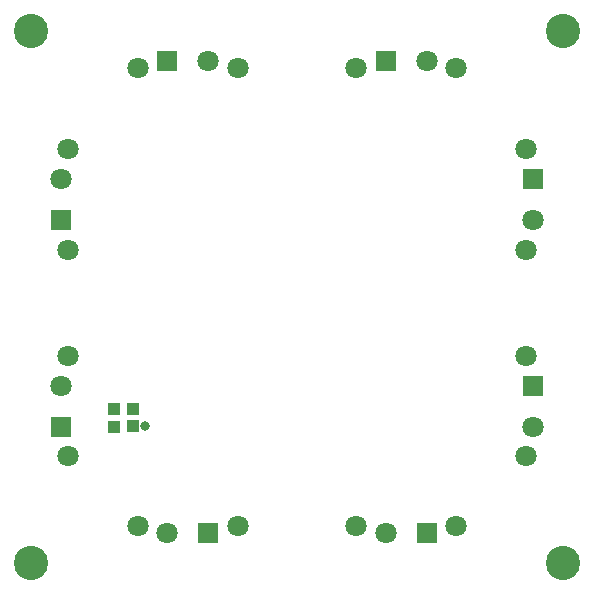
<source format=gts>
G04*
G04 #@! TF.GenerationSoftware,Altium Limited,Altium Designer,18.1.9 (240)*
G04*
G04 Layer_Color=8388736*
%FSLAX25Y25*%
%MOIN*%
G70*
G01*
G75*
%ADD14R,0.04147X0.04147*%
%ADD15R,0.03950X0.03950*%
%ADD16R,0.07099X0.07099*%
%ADD17C,0.07099*%
%ADD18R,0.07099X0.07099*%
%ADD19C,0.11430*%
%ADD20C,0.03162*%
D14*
X37402Y61221D02*
D03*
Y55118D02*
D03*
D15*
X43701Y55315D02*
D03*
Y61221D02*
D03*
D16*
X19685Y124016D02*
D03*
X177165Y68898D02*
D03*
Y137795D02*
D03*
X19685Y55118D02*
D03*
D17*
Y137795D02*
D03*
X22165Y114173D02*
D03*
Y147638D02*
D03*
X177165Y55118D02*
D03*
X174685Y78740D02*
D03*
Y45276D02*
D03*
X177165Y124016D02*
D03*
X174685Y147638D02*
D03*
Y114173D02*
D03*
X141732Y177165D02*
D03*
X118110Y174685D02*
D03*
X151575D02*
D03*
X68898Y177165D02*
D03*
X45276Y174685D02*
D03*
X78740D02*
D03*
X127953Y19685D02*
D03*
X151575Y22165D02*
D03*
X118110D02*
D03*
X55118Y19685D02*
D03*
X78740Y22165D02*
D03*
X45276D02*
D03*
X19685Y68898D02*
D03*
X22165Y45276D02*
D03*
Y78740D02*
D03*
D18*
X127953Y177165D02*
D03*
X55118D02*
D03*
X141732Y19685D02*
D03*
X68898D02*
D03*
D19*
X9843Y187008D02*
D03*
X187008D02*
D03*
Y9843D02*
D03*
X9843D02*
D03*
D20*
X47665Y55315D02*
D03*
M02*

</source>
